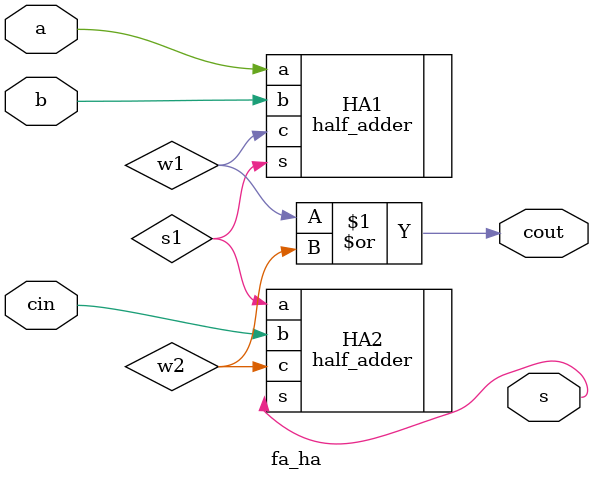
<source format=v>
module fa_ha(a,b,cin,s,cout);
    input a,b,cin;
    output s,cout;
    wire s1,w1,w2;

    // First Half adder
    // . port name from the module (signal name from the current module)
    half_adder HA1 (.a(a),.b(b),.s(s1),.c(w1));

    // Second half adder
    half_adder HA2 (.a(s1),.b(cin),.s(s),.c(w2));

    assign cout = w1 | w2;

endmodule

</source>
